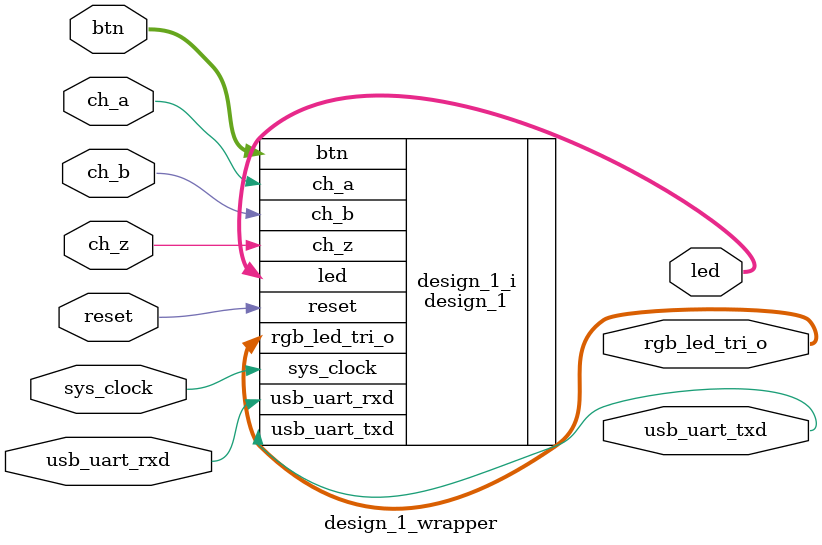
<source format=v>
`timescale 1 ps / 1 ps

module design_1_wrapper
   (btn,
    ch_a,
    ch_b,
    ch_z,
    led,
    reset,
    rgb_led_tri_o,
    sys_clock,
    usb_uart_rxd,
    usb_uart_txd);
  input [3:0]btn;
  input ch_a;
  input ch_b;
  input ch_z;
  output [3:0]led;
  input reset;
  output [11:0]rgb_led_tri_o;
  input sys_clock;
  input usb_uart_rxd;
  output usb_uart_txd;

  wire [3:0]btn;
  wire ch_a;
  wire ch_b;
  wire ch_z;
  wire [3:0]led;
  wire reset;
  wire [11:0]rgb_led_tri_o;
  wire sys_clock;
  wire usb_uart_rxd;
  wire usb_uart_txd;

  design_1 design_1_i
       (.btn(btn),
        .ch_a(ch_a),
        .ch_b(ch_b),
        .ch_z(ch_z),
        .led(led),
        .reset(reset),
        .rgb_led_tri_o(rgb_led_tri_o),
        .sys_clock(sys_clock),
        .usb_uart_rxd(usb_uart_rxd),
        .usb_uart_txd(usb_uart_txd));
endmodule

</source>
